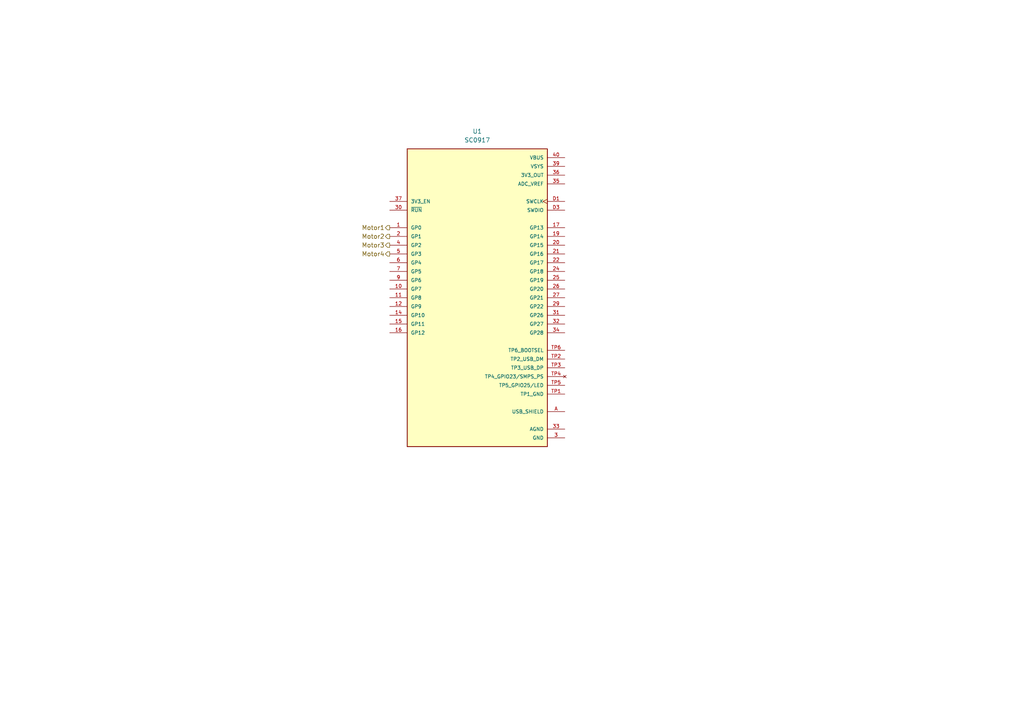
<source format=kicad_sch>
(kicad_sch (version 20250114) (generator "eeschema") (generator_version "9.0")
  (paper "A4")
  (lib_symbols
    (symbol "SC0917:SC0917" (pin_names (offset 1.016))
      (property "Reference" "U" (at -20.32 44.069 0))
      (property "Value" "SC0917" (at -20.32 -45.72 0))
      (symbol "SC0917_0_0"
        (rectangle (start -20.32 -43.18) (end 20.32 43.18) (stroke (width 0.254)) (fill (type background)))
        (pin input line (at -25.4 27.94 0) (length 5.08) (name "3V3_EN") (number "37"))
        (pin input line (at -25.4 25.4 0) (length 5.08) (name "~{RUN}") (number "30"))
        (pin bidirectional line (at -25.4 20.32 0) (length 5.08) (name "GP0") (number "1"))
        (pin bidirectional line (at -25.4 17.78 0) (length 5.08) (name "GP1") (number "2"))
        (pin bidirectional line (at -25.4 15.24 0) (length 5.08) (name "GP2") (number "4"))
        (pin bidirectional line (at -25.4 12.7 0) (length 5.08) (name "GP3") (number "5"))
        (pin bidirectional line (at -25.4 10.16 0) (length 5.08) (name "GP4") (number "6"))
        (pin bidirectional line (at -25.4 7.62 0) (length 5.08) (name "GP5") (number "7"))
        (pin bidirectional line (at -25.4 5.08 0) (length 5.08) (name "GP6") (number "9"))
        (pin bidirectional line (at -25.4 2.54 0) (length 5.08) (name "GP7") (number "10"))
        (pin bidirectional line (at -25.4 0 0) (length 5.08) (name "GP8") (number "11"))
        (pin bidirectional line (at -25.4 -2.54 0) (length 5.08) (name "GP9") (number "12"))
        (pin bidirectional line (at -25.4 -5.08 0) (length 5.08) (name "GP10") (number "14"))
        (pin bidirectional line (at -25.4 -7.62 0) (length 5.08) (name "GP11") (number "15"))
        (pin bidirectional line (at -25.4 -10.16 0) (length 5.08) (name "GP12") (number "16"))
        (pin power_in line (at 25.4 40.64 180) (length 5.08) (name "VBUS") (number "40"))
        (pin power_in line (at 25.4 38.1 180) (length 5.08) (name "VSYS") (number "39"))
        (pin power_in line (at 25.4 35.56 180) (length 5.08) (name "3V3_OUT") (number "36"))
        (pin power_in line (at 25.4 33.02 180) (length 5.08) (name "ADC_VREF") (number "35"))
        (pin input clock (at 25.4 27.94 180) (length 5.08) (name "SWCLK") (number "D1"))
        (pin bidirectional line (at 25.4 25.4 180) (length 5.08) (name "SWDIO") (number "D3"))
        (pin bidirectional line (at 25.4 20.32 180) (length 5.08) (name "GP13") (number "17"))
        (pin bidirectional line (at 25.4 17.78 180) (length 5.08) (name "GP14") (number "19"))
        (pin bidirectional line (at 25.4 15.24 180) (length 5.08) (name "GP15") (number "20"))
        (pin bidirectional line (at 25.4 12.7 180) (length 5.08) (name "GP16") (number "21"))
        (pin bidirectional line (at 25.4 10.16 180) (length 5.08) (name "GP17") (number "22"))
        (pin bidirectional line (at 25.4 7.62 180) (length 5.08) (name "GP18") (number "24"))
        (pin bidirectional line (at 25.4 5.08 180) (length 5.08) (name "GP19") (number "25"))
        (pin bidirectional line (at 25.4 2.54 180) (length 5.08) (name "GP20") (number "26"))
        (pin bidirectional line (at 25.4 0 180) (length 5.08) (name "GP21") (number "27"))
        (pin bidirectional line (at 25.4 -2.54 180) (length 5.08) (name "GP22") (number "29"))
        (pin bidirectional line (at 25.4 -5.08 180) (length 5.08) (name "GP26") (number "31"))
        (pin bidirectional line (at 25.4 -7.62 180) (length 5.08) (name "GP27") (number "32"))
        (pin bidirectional line (at 25.4 -10.16 180) (length 5.08) (name "GP28") (number "34"))
        (pin input line (at 25.4 -15.24 180) (length 5.08) (name "TP6_BOOTSEL") (number "TP6"))
        (pin bidirectional line (at 25.4 -17.78 180) (length 5.08) (name "TP2_USB_DM") (number "TP2"))
        (pin bidirectional line (at 25.4 -20.32 180) (length 5.08) (name "TP3_USB_DP") (number "TP3"))
        (pin no_connect line (at 25.4 -22.86 180) (length 5.08) (name "TP4_GPIO23/SMPS_PS") (number "TP4"))
        (pin output line (at 25.4 -25.4 180) (length 5.08) (name "TP5_GPIO25/LED") (number "TP5"))
        (pin power_in line (at 25.4 -27.94 180) (length 5.08) (name "TP1_GND") (number "TP1"))
        (pin power_in line (at 25.4 -33.02 180) (length 5.08) (name "USB_SHIELD") (number "A"))
        (pin power_in line (at 25.4 -33.02 180) (length 5.08) (hide yes) (name "USB_SHIELD") (number "B"))
        (pin power_in line (at 25.4 -33.02 180) (length 5.08) (hide yes) (name "USB_SHIELD") (number "C"))
        (pin power_in line (at 25.4 -33.02 180) (length 5.08) (hide yes) (name "USB_SHIELD") (number "D"))
        (pin power_in line (at 25.4 -38.1 180) (length 5.08) (name "AGND") (number "33"))
        (pin power_in line (at 25.4 -40.64 180) (length 5.08) (hide yes) (name "GND") (number "13"))
        (pin power_in line (at 25.4 -40.64 180) (length 5.08) (hide yes) (name "GND") (number "18"))
        (pin power_in line (at 25.4 -40.64 180) (length 5.08) (hide yes) (name "GND") (number "23"))
        (pin power_in line (at 25.4 -40.64 180) (length 5.08) (hide yes) (name "GND") (number "28"))
        (pin power_in line (at 25.4 -40.64 180) (length 5.08) (name "GND") (number "3"))
        (pin power_in line (at 25.4 -40.64 180) (length 5.08) (hide yes) (name "GND") (number "38"))
        (pin power_in line (at 25.4 -40.64 180) (length 5.08) (hide yes) (name "GND") (number "8"))
        (pin power_in line (at 25.4 -40.64 180) (length 5.08) (hide yes) (name "GND") (number "D2"))
      )
    )
  )
  (hierarchical_label "Motor2" (shape output) (at 113.03 68.58 180))
  (hierarchical_label "Motor3" (shape output) (at 113.03 71.12 180))
  (hierarchical_label "Motor1" (shape output) (at 113.03 66.04 180))
  (hierarchical_label "Motor4" (shape output) (at 113.03 73.66 180))
  (symbol (lib_id "SC0917:SC0917") (at 138.43 86.36 0) (unit 1)
    (property "Reference" "U1" (at 138.43 38.1 0))
    (property "Value" "SC0917" (at 138.43 40.64 0))
    (property "Footprint" "SC0917:MODULE_SC0917" (effects (hide yes)))
    (property "MF" "Raspberry Pi" (effects (hide yes)))
    (property "Description_1" "RP2040 Raspberry Pi Pico - ARM® Cortex®-M0+ MCU 32-Bit Embedded Evaluation Board" (effects (hide yes)))
    (property "Package" "None" (effects (hide yes)))
    (property "Price" "None" (effects (hide yes)))
    (property "Check_prices" "https://www.snapeda.com/parts/SC0917/Raspberry+Pi/view-part/?ref=eda" (effects (hide yes)))
    (property "STANDARD" "Manufacturer Recommendations" (effects (hide yes)))
    (property "PARTREV" "1.9" (effects (hide yes)))
    (property "SnapEDA_Link" "https://www.snapeda.com/parts/SC0917/Raspberry+Pi/view-part/?ref=snap" (effects (hide yes)))
    (property "MP" "SC0917" (effects (hide yes)))
    (property "SNAPEDA_PN" "SC0915" (effects (hide yes)))
    (property "Availability" "In Stock" (effects (hide yes)))
    (property "MANUFACTURER" "Pi Supply" (effects (hide yes)))
  )
)
</source>
